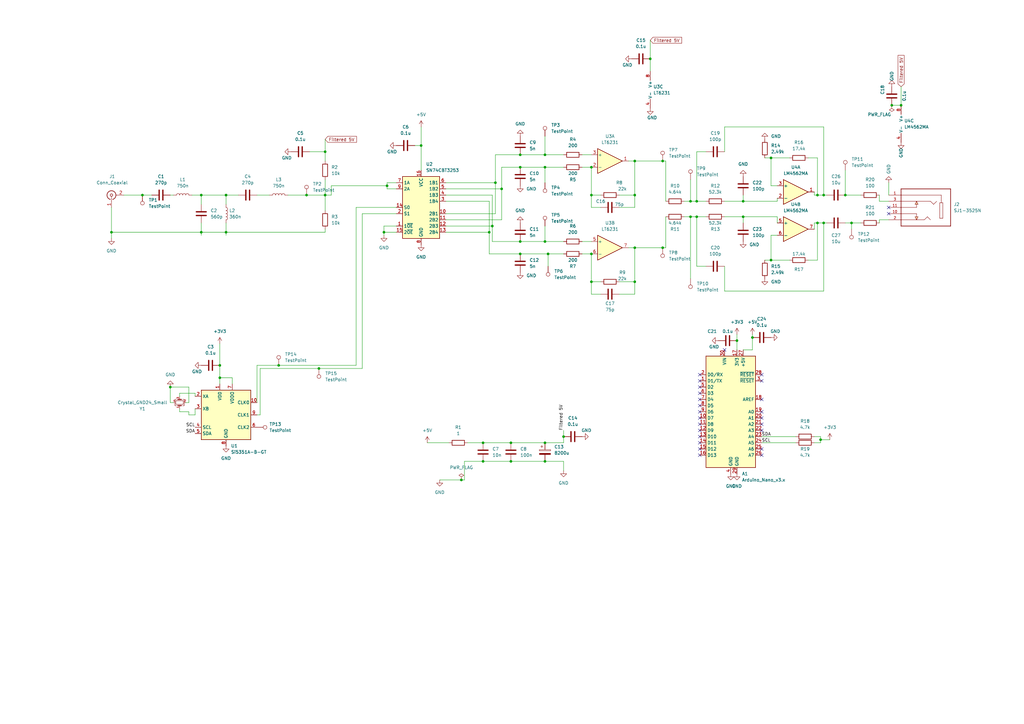
<source format=kicad_sch>
(kicad_sch (version 20211123) (generator eeschema)
  (paper "A3")
  (junction (at 189.23 196.85))
  (junction (at 223.52 189.23))
  (junction (at 133.35 62.23))
  (junction (at 283.21 88.9))
  (junction (at 213.36 99.06))
  (junction (at 283.21 82.55))
  (junction (at 336.55 180.34))
  (junction (at 213.36 68.58))
  (junction (at 266.7 24.13))
  (junction (at 346.71 80.01))
  (junction (at 271.78 66.04))
  (junction (at 133.35 80.01))
  (junction (at 260.35 101.6))
  (junction (at 224.79 104.14))
  (junction (at 365.76 43.18))
  (junction (at 271.78 101.6))
  (junction (at 223.52 99.06))
  (junction (at 209.55 189.23))
  (junction (at 201.93 92.71))
  (junction (at 242.57 68.58))
  (junction (at 172.72 59.69))
  (junction (at 242.57 104.14))
  (junction (at 285.75 88.9))
  (junction (at 231.14 179.07))
  (junction (at 335.28 80.01))
  (junction (at 260.35 115.57))
  (junction (at 316.23 106.68))
  (junction (at 157.48 95.25))
  (junction (at 198.12 189.23))
  (junction (at 337.82 80.01))
  (junction (at 337.82 91.44))
  (junction (at 242.57 115.57))
  (junction (at 198.12 181.61))
  (junction (at 82.55 95.25))
  (junction (at 45.72 95.25))
  (junction (at 92.71 80.01))
  (junction (at 209.55 181.61))
  (junction (at 205.74 77.47))
  (junction (at 213.36 104.14))
  (junction (at 304.8 82.55))
  (junction (at 223.52 63.5))
  (junction (at 58.42 80.01))
  (junction (at 158.75 76.2))
  (junction (at 349.25 91.44))
  (junction (at 285.75 82.55))
  (junction (at 90.17 149.86))
  (junction (at 316.23 64.77))
  (junction (at 200.66 95.25))
  (junction (at 203.2 74.93))
  (junction (at 213.36 63.5))
  (junction (at 69.85 158.75))
  (junction (at 90.17 154.94))
  (junction (at 125.73 80.01))
  (junction (at 304.8 88.9))
  (junction (at 82.55 80.01))
  (junction (at 223.52 181.61))
  (junction (at 130.81 151.13))
  (junction (at 223.52 68.58))
  (junction (at 242.57 80.01))
  (junction (at 302.26 139.7))
  (junction (at 114.3 149.86))
  (junction (at 92.71 95.25))
  (junction (at 308.61 138.43))
  (junction (at 369.57 43.18))
  (junction (at 260.35 80.01))
  (junction (at 260.35 66.04))
  (junction (at 335.28 91.44))
  (no_connect (at 287.02 153.67))
  (no_connect (at 297.18 143.51))
  (no_connect (at 287.02 168.91))
  (no_connect (at 287.02 179.07))
  (no_connect (at 312.42 184.15))
  (no_connect (at 287.02 186.69))
  (no_connect (at 312.42 153.67))
  (no_connect (at 287.02 171.45))
  (no_connect (at 312.42 186.69))
  (no_connect (at 364.49 87.63))
  (no_connect (at 364.49 85.09))
  (no_connect (at 312.42 173.99))
  (no_connect (at 312.42 156.21))
  (no_connect (at 312.42 168.91))
  (no_connect (at 287.02 163.83))
  (no_connect (at 287.02 158.75))
  (no_connect (at 312.42 176.53))
  (no_connect (at 287.02 166.37))
  (no_connect (at 287.02 161.29))
  (no_connect (at 287.02 184.15))
  (no_connect (at 312.42 163.83))
  (no_connect (at 312.42 171.45))
  (no_connect (at 287.02 176.53))
  (no_connect (at 287.02 181.61))
  (no_connect (at 287.02 156.21))
  (no_connect (at 287.02 173.99))
  (wire (pts (xy 205.74 68.58) (xy 205.74 77.47)))
  (wire (pts (xy 308.61 138.43) (xy 308.61 137.16)))
  (wire (pts (xy 318.77 82.55) (xy 318.77 81.28)))
  (wire (pts (xy 182.88 87.63) (xy 203.2 87.63)))
  (wire (pts (xy 189.23 196.85) (xy 190.5 196.85)))
  (wire (pts (xy 316.23 64.77) (xy 323.85 64.77)))
  (wire (pts (xy 106.68 151.13) (xy 130.81 151.13)))
  (wire (pts (xy 337.82 91.44) (xy 339.09 91.44)))
  (wire (pts (xy 346.71 91.44) (xy 349.25 91.44)))
  (wire (pts (xy 180.34 196.85) (xy 189.23 196.85)))
  (wire (pts (xy 213.36 68.58) (xy 223.52 68.58)))
  (wire (pts (xy 82.55 95.25) (xy 82.55 96.52)))
  (wire (pts (xy 133.35 73.66) (xy 133.35 80.01)))
  (wire (pts (xy 58.42 80.01) (xy 62.23 80.01)))
  (wire (pts (xy 273.05 66.04) (xy 273.05 82.55)))
  (wire (pts (xy 238.76 99.06) (xy 242.57 99.06)))
  (wire (pts (xy 127 62.23) (xy 133.35 62.23)))
  (wire (pts (xy 182.88 92.71) (xy 201.93 92.71)))
  (wire (pts (xy 92.71 80.01) (xy 97.79 80.01)))
  (wire (pts (xy 365.76 43.18) (xy 369.57 43.18)))
  (wire (pts (xy 114.3 149.86) (xy 105.41 149.86)))
  (wire (pts (xy 336.55 179.07) (xy 336.55 180.34)))
  (wire (pts (xy 360.68 91.44) (xy 360.68 90.17)))
  (wire (pts (xy 71.12 80.01) (xy 69.85 80.01)))
  (wire (pts (xy 242.57 80.01) (xy 246.38 80.01)))
  (wire (pts (xy 95.25 154.94) (xy 95.25 157.48)))
  (wire (pts (xy 316.23 96.52) (xy 316.23 106.68)))
  (wire (pts (xy 45.72 97.79) (xy 45.72 95.25)))
  (wire (pts (xy 349.25 93.98) (xy 349.25 91.44)))
  (wire (pts (xy 157.48 92.71) (xy 157.48 95.25)))
  (wire (pts (xy 302.26 139.7) (xy 302.26 143.51)))
  (wire (pts (xy 92.71 80.01) (xy 92.71 83.82)))
  (wire (pts (xy 334.01 179.07) (xy 336.55 179.07)))
  (wire (pts (xy 73.66 167.64) (xy 73.66 168.91)))
  (wire (pts (xy 162.56 77.47) (xy 158.75 77.47)))
  (wire (pts (xy 224.79 104.14) (xy 231.14 104.14)))
  (wire (pts (xy 203.2 87.63) (xy 203.2 74.93)))
  (wire (pts (xy 260.35 101.6) (xy 257.81 101.6)))
  (wire (pts (xy 77.47 170.18) (xy 77.47 168.91)))
  (wire (pts (xy 260.35 115.57) (xy 260.35 101.6)))
  (wire (pts (xy 242.57 80.01) (xy 242.57 85.09)))
  (wire (pts (xy 297.18 82.55) (xy 304.8 82.55)))
  (wire (pts (xy 172.72 52.07) (xy 172.72 59.69)))
  (wire (pts (xy 82.55 80.01) (xy 92.71 80.01)))
  (wire (pts (xy 209.55 181.61) (xy 223.52 181.61)))
  (wire (pts (xy 223.52 63.5) (xy 231.14 63.5)))
  (wire (pts (xy 146.05 85.09) (xy 146.05 149.86)))
  (wire (pts (xy 213.36 63.5) (xy 223.52 63.5)))
  (wire (pts (xy 231.14 179.07) (xy 231.14 181.61)))
  (wire (pts (xy 254 80.01) (xy 260.35 80.01)))
  (wire (pts (xy 346.71 80.01) (xy 353.06 80.01)))
  (wire (pts (xy 223.52 55.88) (xy 223.52 63.5)))
  (wire (pts (xy 190.5 196.85) (xy 190.5 189.23)))
  (wire (pts (xy 133.35 62.23) (xy 133.35 66.04)))
  (wire (pts (xy 231.14 189.23) (xy 231.14 193.04)))
  (wire (pts (xy 133.35 95.25) (xy 133.35 93.98)))
  (wire (pts (xy 242.57 115.57) (xy 242.57 104.14)))
  (wire (pts (xy 201.93 92.71) (xy 201.93 99.06)))
  (wire (pts (xy 105.41 80.01) (xy 110.49 80.01)))
  (wire (pts (xy 90.17 140.97) (xy 90.17 149.86)))
  (wire (pts (xy 304.8 88.9) (xy 318.77 88.9)))
  (wire (pts (xy 223.52 181.61) (xy 231.14 181.61)))
  (wire (pts (xy 105.41 149.86) (xy 105.41 165.1)))
  (wire (pts (xy 182.88 74.93) (xy 203.2 74.93)))
  (wire (pts (xy 271.78 66.04) (xy 273.05 66.04)))
  (wire (pts (xy 364.49 74.93) (xy 364.49 80.01)))
  (wire (pts (xy 349.25 91.44) (xy 353.06 91.44)))
  (wire (pts (xy 223.52 92.71) (xy 223.52 99.06)))
  (wire (pts (xy 213.36 104.14) (xy 224.79 104.14)))
  (wire (pts (xy 313.69 64.77) (xy 316.23 64.77)))
  (wire (pts (xy 90.17 154.94) (xy 90.17 157.48)))
  (wire (pts (xy 254 120.65) (xy 260.35 120.65)))
  (wire (pts (xy 77.47 158.75) (xy 69.85 158.75)))
  (wire (pts (xy 335.28 64.77) (xy 335.28 80.01)))
  (wire (pts (xy 337.82 52.07) (xy 297.18 52.07)))
  (wire (pts (xy 118.11 80.01) (xy 125.73 80.01)))
  (wire (pts (xy 335.28 91.44) (xy 337.82 91.44)))
  (wire (pts (xy 201.93 99.06) (xy 213.36 99.06)))
  (wire (pts (xy 313.69 106.68) (xy 316.23 106.68)))
  (wire (pts (xy 337.82 52.07) (xy 337.82 80.01)))
  (wire (pts (xy 76.2 165.1) (xy 77.47 165.1)))
  (wire (pts (xy 285.75 62.23) (xy 289.56 62.23)))
  (wire (pts (xy 80.01 161.29) (xy 80.01 162.56)))
  (wire (pts (xy 205.74 68.58) (xy 213.36 68.58)))
  (wire (pts (xy 224.79 109.22) (xy 224.79 104.14)))
  (wire (pts (xy 283.21 73.66) (xy 283.21 82.55)))
  (wire (pts (xy 92.71 95.25) (xy 133.35 95.25)))
  (wire (pts (xy 336.55 180.34) (xy 340.36 180.34)))
  (wire (pts (xy 125.73 80.01) (xy 133.35 80.01)))
  (wire (pts (xy 198.12 181.61) (xy 209.55 181.61)))
  (wire (pts (xy 346.71 69.85) (xy 346.71 80.01)))
  (wire (pts (xy 201.93 80.01) (xy 201.93 92.71)))
  (wire (pts (xy 223.52 189.23) (xy 231.14 189.23)))
  (wire (pts (xy 238.76 104.14) (xy 242.57 104.14)))
  (wire (pts (xy 285.75 82.55) (xy 285.75 62.23)))
  (wire (pts (xy 238.76 68.58) (xy 242.57 68.58)))
  (wire (pts (xy 78.74 80.01) (xy 82.55 80.01)))
  (wire (pts (xy 182.88 80.01) (xy 201.93 80.01)))
  (wire (pts (xy 238.76 63.5) (xy 242.57 63.5)))
  (wire (pts (xy 335.28 91.44) (xy 334.01 91.44)))
  (wire (pts (xy 304.8 82.55) (xy 318.77 82.55)))
  (wire (pts (xy 191.77 181.61) (xy 198.12 181.61)))
  (wire (pts (xy 205.74 77.47) (xy 205.74 90.17)))
  (wire (pts (xy 242.57 120.65) (xy 242.57 115.57)))
  (wire (pts (xy 182.88 90.17) (xy 205.74 90.17)))
  (wire (pts (xy 133.35 57.15) (xy 133.35 62.23)))
  (wire (pts (xy 69.85 158.75) (xy 69.85 165.1)))
  (wire (pts (xy 77.47 165.1) (xy 77.47 158.75)))
  (wire (pts (xy 172.72 59.69) (xy 172.72 69.85)))
  (wire (pts (xy 337.82 80.01) (xy 339.09 80.01)))
  (wire (pts (xy 334.01 80.01) (xy 335.28 80.01)))
  (wire (pts (xy 304.8 88.9) (xy 304.8 91.44)))
  (wire (pts (xy 334.01 181.61) (xy 336.55 181.61)))
  (wire (pts (xy 336.55 180.34) (xy 336.55 181.61)))
  (wire (pts (xy 273.05 88.9) (xy 273.05 101.6)))
  (wire (pts (xy 260.35 66.04) (xy 271.78 66.04)))
  (wire (pts (xy 260.35 66.04) (xy 257.81 66.04)))
  (wire (pts (xy 312.42 181.61) (xy 326.39 181.61)))
  (wire (pts (xy 285.75 88.9) (xy 289.56 88.9)))
  (wire (pts (xy 316.23 64.77) (xy 316.23 76.2)))
  (wire (pts (xy 170.18 59.69) (xy 172.72 59.69)))
  (wire (pts (xy 360.68 90.17) (xy 364.49 90.17)))
  (wire (pts (xy 283.21 88.9) (xy 285.75 88.9)))
  (wire (pts (xy 231.14 176.53) (xy 231.14 179.07)))
  (wire (pts (xy 130.81 151.13) (xy 148.59 151.13)))
  (wire (pts (xy 285.75 88.9) (xy 285.75 109.22)))
  (wire (pts (xy 133.35 80.01) (xy 133.35 86.36)))
  (wire (pts (xy 158.75 74.93) (xy 162.56 74.93)))
  (wire (pts (xy 77.47 170.18) (xy 80.01 170.18)))
  (wire (pts (xy 369.57 43.18) (xy 369.57 35.56)))
  (wire (pts (xy 90.17 154.94) (xy 95.25 154.94)))
  (wire (pts (xy 246.38 120.65) (xy 242.57 120.65)))
  (wire (pts (xy 182.88 82.55) (xy 200.66 82.55)))
  (wire (pts (xy 157.48 95.25) (xy 157.48 96.52)))
  (wire (pts (xy 82.55 80.01) (xy 82.55 83.82)))
  (wire (pts (xy 146.05 149.86) (xy 114.3 149.86)))
  (wire (pts (xy 105.41 170.18) (xy 106.68 170.18)))
  (wire (pts (xy 285.75 82.55) (xy 289.56 82.55)))
  (wire (pts (xy 148.59 151.13) (xy 148.59 87.63)))
  (wire (pts (xy 162.56 85.09) (xy 146.05 85.09)))
  (wire (pts (xy 271.78 101.6) (xy 273.05 101.6)))
  (wire (pts (xy 162.56 92.71) (xy 157.48 92.71)))
  (wire (pts (xy 335.28 91.44) (xy 335.28 106.68)))
  (wire (pts (xy 213.36 99.06) (xy 223.52 99.06)))
  (wire (pts (xy 297.18 52.07) (xy 297.18 62.23)))
  (wire (pts (xy 223.52 74.93) (xy 223.52 68.58)))
  (wire (pts (xy 182.88 77.47) (xy 205.74 77.47)))
  (wire (pts (xy 223.52 99.06) (xy 231.14 99.06)))
  (wire (pts (xy 334.01 91.44) (xy 334.01 93.98)))
  (wire (pts (xy 302.26 137.16) (xy 302.26 139.7)))
  (wire (pts (xy 312.42 179.07) (xy 326.39 179.07)))
  (wire (pts (xy 337.82 119.38) (xy 297.18 119.38)))
  (wire (pts (xy 175.26 181.61) (xy 184.15 181.61)))
  (wire (pts (xy 190.5 189.23) (xy 198.12 189.23)))
  (wire (pts (xy 200.66 104.14) (xy 213.36 104.14)))
  (wire (pts (xy 285.75 109.22) (xy 289.56 109.22)))
  (wire (pts (xy 335.28 80.01) (xy 337.82 80.01)))
  (wire (pts (xy 80.01 170.18) (xy 80.01 167.64)))
  (wire (pts (xy 254 85.09) (xy 260.35 85.09)))
  (wire (pts (xy 283.21 114.3) (xy 283.21 88.9)))
  (wire (pts (xy 242.57 68.58) (xy 242.57 80.01)))
  (wire (pts (xy 73.66 161.29) (xy 73.66 162.56)))
  (wire (pts (xy 337.82 91.44) (xy 337.82 119.38)))
  (wire (pts (xy 50.8 80.01) (xy 58.42 80.01)))
  (wire (pts (xy 158.75 76.2) (xy 158.75 74.93)))
  (wire (pts (xy 73.66 161.29) (xy 80.01 161.29)))
  (wire (pts (xy 203.2 74.93) (xy 203.2 63.5)))
  (wire (pts (xy 209.55 189.23) (xy 223.52 189.23)))
  (wire (pts (xy 331.47 106.68) (xy 335.28 106.68)))
  (wire (pts (xy 297.18 88.9) (xy 304.8 88.9)))
  (wire (pts (xy 203.2 63.5) (xy 213.36 63.5)))
  (wire (pts (xy 335.28 64.77) (xy 331.47 64.77)))
  (wire (pts (xy 316.23 106.68) (xy 323.85 106.68)))
  (wire (pts (xy 304.8 80.01) (xy 304.8 82.55)))
  (wire (pts (xy 260.35 101.6) (xy 271.78 101.6)))
  (wire (pts (xy 200.66 82.55) (xy 200.66 95.25)))
  (wire (pts (xy 133.35 80.01) (xy 135.89 80.01)))
  (wire (pts (xy 280.67 88.9) (xy 283.21 88.9)))
  (wire (pts (xy 360.68 80.01) (xy 360.68 82.55)))
  (wire (pts (xy 360.68 82.55) (xy 364.49 82.55)))
  (wire (pts (xy 334.01 78.74) (xy 334.01 80.01)))
  (wire (pts (xy 148.59 87.63) (xy 162.56 87.63)))
  (wire (pts (xy 106.68 170.18) (xy 106.68 151.13)))
  (wire (pts (xy 242.57 85.09) (xy 246.38 85.09)))
  (wire (pts (xy 45.72 95.25) (xy 82.55 95.25)))
  (wire (pts (xy 82.55 95.25) (xy 92.71 95.25)))
  (wire (pts (xy 260.35 80.01) (xy 260.35 85.09)))
  (wire (pts (xy 77.47 168.91) (xy 73.66 168.91)))
  (wire (pts (xy 297.18 119.38) (xy 297.18 109.22)))
  (wire (pts (xy 283.21 82.55) (xy 285.75 82.55)))
  (wire (pts (xy 135.89 76.2) (xy 158.75 76.2)))
  (wire (pts (xy 135.89 80.01) (xy 135.89 76.2)))
  (wire (pts (xy 318.77 88.9) (xy 318.77 91.44)))
  (wire (pts (xy 200.66 95.25) (xy 200.66 104.14)))
  (wire (pts (xy 246.38 115.57) (xy 242.57 115.57)))
  (wire (pts (xy 69.85 165.1) (xy 71.12 165.1)))
  (wire (pts (xy 316.23 76.2) (xy 318.77 76.2)))
  (wire (pts (xy 223.52 68.58) (xy 231.14 68.58)))
  (wire (pts (xy 198.12 189.23) (xy 209.55 189.23)))
  (wire (pts (xy 157.48 95.25) (xy 162.56 95.25)))
  (wire (pts (xy 260.35 66.04) (xy 260.35 80.01)))
  (wire (pts (xy 260.35 120.65) (xy 260.35 115.57)))
  (wire (pts (xy 304.8 143.51) (xy 308.61 143.51)))
  (wire (pts (xy 266.7 24.13) (xy 266.7 29.21)))
  (wire (pts (xy 254 115.57) (xy 260.35 115.57)))
  (wire (pts (xy 266.7 16.51) (xy 266.7 24.13)))
  (wire (pts (xy 280.67 82.55) (xy 283.21 82.55)))
  (wire (pts (xy 158.75 77.47) (xy 158.75 76.2)))
  (wire (pts (xy 92.71 95.25) (xy 92.71 96.52)))
  (wire (pts (xy 316.23 96.52) (xy 318.77 96.52)))
  (wire (pts (xy 45.72 95.25) (xy 45.72 85.09)))
  (wire (pts (xy 182.88 95.25) (xy 200.66 95.25)))
  (wire (pts (xy 82.55 91.44) (xy 82.55 95.25)))
  (wire (pts (xy 92.71 91.44) (xy 92.71 95.25)))
  (wire (pts (xy 308.61 143.51) (xy 308.61 138.43)))
  (wire (pts (xy 90.17 149.86) (xy 90.17 154.94)))
  (label "SDA" (at 80.01 177.8 180))
  (label "SDA" (at 312.42 179.07 0))
  (label "Filtered 5V" (at 231.14 176.53 90))
  (label "SCL" (at 312.42 181.61 0))
  (label "SCL" (at 80.01 175.26 180))
  (global_label "Filtered 5V" (shape input) (at 266.7 16.51 0) (property "Intersheet References" "${INTERSHEET_REFS}" (effects hide)))
  (global_label "Filtered 5V" (shape input) (at 369.57 35.56 90) (property "Intersheet References" "${INTERSHEET_REFS}" (effects hide)))
  (global_label "Filtered 5V" (shape input) (at 133.35 57.15 0) (property "Intersheet References" "${INTERSHEET_REFS}" (effects hide)))
  (symbol (lib_id "power:GND") (at 365.76 35.56 180) (unit 1)
    (property "Reference" "#PWR021" (effects hide))
    (property "Value" "GND" (at 365.76 29.21 90) (effects (justify left)))
  )
  (symbol (lib_id "power:PWR_FLAG") (at 365.76 43.18 180) (unit 1)
    (property "Reference" "#FLG0101" (effects hide))
    (property "Value" "PWR_FLAG" (at 360.68 46.99 0))
  )
  (symbol (lib_id "lt6231:LT6231") (at 372.11 50.8 0) (unit 3)
    (property "Reference" "U4" (at 370.84 49.5299 0) (effects (justify left)))
    (property "Value" "LM4562MA" (at 370.84 52.0699 0) (effects (justify left)))
    (property "Footprint" "Package_SO:SOIC-8_3.9x4.9mm_P1.27mm" (effects hide))
    (property "Datasheet" "https://www.analog.com/media/en/technical-documentation/data-sheets/623012fc.pdf" (effects hide))
  )
  (symbol (lib_id "power:GND") (at 316.23 138.43 90) (unit 1)
    (property "Reference" "#PWR033" (effects hide))
    (property "Value" "GND" (at 320.04 135.89 90) (effects (justify left)))
  )
  (symbol (lib_id "Connector:TestPoint") (at 349.25 93.98 180) (unit 1)
    (property "Reference" "TP12" (at 351.79 96.0119 0) (effects (justify right)))
    (property "Value" "TestPoint" (at 351.79 98.5519 0) (effects (justify right)))
    (property "Footprint" "TestPoint:TestPoint_THTPad_2.0x2.0mm_Drill1.0mm" (effects hide))
  )
  (symbol (lib_id "Device:R") (at 330.2 181.61 270) (unit 1)
    (property "Reference" "R19" (at 330.2 184.15 90))
    (property "Value" "4.7k" (at 330.2 186.69 90))
    (property "Footprint" "Resistor_SMD:R_0805_2012Metric" (effects hide))
    (property "Datasheet" "https://www.te.com/commerce/DocumentDelivery/DDEController?Action=srchrtrv&DocNm=1773204-3&DocType=DS&DocLang=English" (effects hide))
  )
  (symbol (lib_id "power:GND") (at 213.36 55.88 180) (unit 1)
    (property "Reference" "#PWR014" (effects hide))
    (property "Value" "GND" (at 213.36 50.8 0))
  )
  (symbol (lib_id "Device:C") (at 66.04 80.01 270) (unit 1)
    (property "Reference" "C1" (at 66.04 72.39 90))
    (property "Value" "270p" (at 66.04 74.93 90))
    (property "Footprint" "Capacitor_SMD:C_0805_2012Metric" (effects hide))
    (property "Datasheet" "https://industrial.panasonic.com/ww/products/pt/film-cap-electroequip/models/ECHU1H271GX5" (effects hide))
  )
  (symbol (lib_id "Device:R") (at 356.87 80.01 270) (unit 1)
    (property "Reference" "R20" (at 356.87 73.66 90))
    (property "Value" "100" (at 356.87 76.2 90))
    (property "Footprint" "Resistor_SMD:R_0805_2012Metric" (effects hide))
    (property "Datasheet" "https://www.koaspeer.com/pdfs/RK73G.pdf" (effects hide))
  )
  (symbol (lib_id "Device:C_Polarized") (at 223.52 185.42 0) (unit 1)
    (property "Reference" "C13" (at 227.33 183.2609 0) (effects (justify left)))
    (property "Value" "8200u" (at 227.33 185.8009 0) (effects (justify left)))
    (property "Footprint" "Capacitor_THT:CP_Radial_D16.0mm_P7.50mm" (effects hide))
    (property "Datasheet" "https://www.nteinc.com/capacitor_web/pdf/vht.pdf" (effects hide))
  )
  (symbol (lib_id "Device:R") (at 250.19 115.57 90) (unit 1)
    (property "Reference" "R9" (at 255.27 111.76 90))
    (property "Value" "22k" (at 255.27 114.3 90))
    (property "Footprint" "Resistor_SMD:R_0805_2012Metric" (effects hide))
    (property "Datasheet" "https://www.meritekusa.com/wp-content/uploads/2018/06/Standard-Chip-Resistor-CR-Series.pdf" (effects hide))
  )
  (symbol (lib_id "power:+3.3V") (at 90.17 140.97 0) (unit 1)
    (property "Reference" "#PWR04" (effects hide))
    (property "Value" "+3.3V" (at 90.17 135.89 0))
  )
  (symbol (lib_id "Device:Crystal_GND24_Small") (at 73.66 165.1 90) (unit 1)
    (property "Reference" "Y1" (at 58.42 167.64 90))
    (property "Value" "Crystal_GND24_Small" (at 58.42 165.1 90))
    (property "Footprint" "Crystal:Crystal_SMD_3225-4Pin_3.2x2.5mm" (effects hide))
    (property "Datasheet" "https://media.digikey.com/pdf/Data%20Sheets/AVX%20PDFs/CX3225SB_UKY1C-H1-16355-00_Spec.pdf" (effects hide))
  )
  (symbol (lib_id "power:GND") (at 92.71 182.88 0) (unit 1)
    (property "Reference" "#PWR06" (effects hide))
    (property "Value" "GND" (at 92.71 187.96 0))
  )
  (symbol (lib_id "power:GND") (at 180.34 196.85 0) (unit 1)
    (property "Reference" "#PWR013" (effects hide))
    (property "Value" "GND" (at 180.34 201.93 0))
  )
  (symbol (lib_id "Connector:TestPoint") (at 271.78 66.04 0) (unit 1)
    (property "Reference" "TP7" (at 274.32 61.4679 0) (effects (justify left)))
    (property "Value" "TestPoint" (at 274.32 64.0079 0) (effects (justify left)))
    (property "Footprint" "TestPoint:TestPoint_THTPad_2.0x2.0mm_Drill1.0mm" (effects hide))
  )
  (symbol (lib_id "Device:C") (at 213.36 72.39 180) (unit 1)
    (property "Reference" "C10" (at 217.17 71.1199 0) (effects (justify right)))
    (property "Value" "5n" (at 217.17 73.6599 0) (effects (justify right)))
    (property "Footprint" "Capacitor_SMD:C_0805_2012Metric" (effects hide))
    (property "Datasheet" "https://datasheets.kyocera-avx.com/X7RDielectric.pdf" (effects hide))
  )
  (symbol (lib_id "Connector:TestPoint") (at 223.52 74.93 180) (unit 1)
    (property "Reference" "TP4" (at 226.06 76.9619 0) (effects (justify right)))
    (property "Value" "TestPoint" (at 226.06 79.5019 0) (effects (justify right)))
    (property "Footprint" "TestPoint:TestPoint_THTPad_2.0x2.0mm_Drill1.0mm" (effects hide))
  )
  (symbol (lib_id "Device:R") (at 327.66 64.77 90) (unit 1)
    (property "Reference" "R16" (at 327.66 58.42 90))
    (property "Value" "17.4k" (at 327.66 60.96 90))
    (property "Footprint" "Resistor_SMD:R_0805_2012Metric" (effects hide))
    (property "Datasheet" "https://industrial.panasonic.com/cdbs/www-data/pdf/RDM0000/AOA0000C307.pdf" (effects hide))
  )
  (symbol (lib_id "Device:R") (at 234.95 104.14 90) (unit 1)
    (property "Reference" "R7" (at 234.95 109.22 90))
    (property "Value" "200" (at 234.95 106.68 90))
    (property "Footprint" "Resistor_SMD:R_1206_3216Metric" (effects hide))
    (property "Datasheet" "https://www.koaspeer.com/pdfs/RK73G.pdf" (effects hide))
  )
  (symbol (lib_id "Device:C") (at 213.36 95.25 180) (unit 1)
    (property "Reference" "C11" (at 217.17 93.9799 0) (effects (justify right)))
    (property "Value" "5n" (at 217.17 96.5199 0) (effects (justify right)))
    (property "Footprint" "Capacitor_SMD:C_0805_2012Metric" (effects hide))
    (property "Datasheet" "https://datasheets.kyocera-avx.com/X7RDielectric.pdf" (effects hide))
  )
  (symbol (lib_id "power:PWR_FLAG") (at 189.23 196.85 0) (unit 1)
    (property "Reference" "#FLG0102" (effects hide))
    (property "Value" "PWR_FLAG" (at 189.23 191.77 0))
  )
  (symbol (lib_id "lt6231:LT6231") (at 269.24 36.83 0) (unit 3)
    (property "Reference" "U3" (at 267.97 35.5599 0) (effects (justify left)))
    (property "Value" "LT6231" (at 267.97 38.0999 0) (effects (justify left)))
    (property "Footprint" "Package_SO:SOIC-8_3.9x4.9mm_P1.27mm" (effects hide))
    (property "Datasheet" "https://www.analog.com/media/en/technical-documentation/data-sheets/623012fc.pdf" (effects hide))
  )
  (symbol (lib_id "power:GND") (at 213.36 111.76 0) (unit 1)
    (property "Reference" "#PWR017" (effects hide))
    (property "Value" "GND" (at 215.9 113.0299 0) (effects (justify left)))
  )
  (symbol (lib_id "Device:C") (at 101.6 80.01 90) (unit 1)
    (property "Reference" "C4" (at 101.6 72.39 90))
    (property "Value" "270p" (at 101.6 74.93 90))
    (property "Footprint" "Capacitor_SMD:C_0805_2012Metric" (effects hide))
    (property "Datasheet" "https://industrial.panasonic.com/ww/products/pt/film-cap-electroequip/models/ECHU1H271GX5" (effects hide))
  )
  (symbol (lib_id "power:+3.3V") (at 302.26 137.16 0) (unit 1)
    (property "Reference" "#PWR026" (effects hide))
    (property "Value" "+3.3V" (at 302.26 132.08 0))
  )
  (symbol (lib_id "power:GND") (at 119.38 62.23 270) (unit 1)
    (property "Reference" "#PWR07" (effects hide))
    (property "Value" "GND" (at 115.57 64.77 90) (effects (justify left)))
  )
  (symbol (lib_id "power:GND") (at 313.69 57.15 180) (unit 1)
    (property "Reference" "#PWR031" (effects hide))
    (property "Value" "GND" (at 316.23 55.8799 0) (effects (justify right)))
  )
  (symbol (lib_id "Device:R") (at 330.2 179.07 90) (unit 1)
    (property "Reference" "R18" (at 330.2 172.72 90))
    (property "Value" "4.7k" (at 330.2 175.26 90))
    (property "Footprint" "Resistor_SMD:R_0805_2012Metric" (effects hide))
    (property "Datasheet" "https://www.te.com/commerce/DocumentDelivery/DDEController?Action=srchrtrv&DocNm=1773204-3&DocType=DS&DocLang=English" (effects hide))
  )
  (symbol (lib_id "Device:L") (at 114.3 80.01 90) (unit 1)
    (property "Reference" "L3" (at 114.3 73.66 90))
    (property "Value" "750n" (at 114.3 76.2 90))
    (property "Footprint" "Inductor_THT:L_Toroid_Vertical_L10.0mm_W5.0mm_P5.08mm" (effects hide))
    (property "Datasheet" "https://www.66pacific.com/calculators/toroid-coil-winding-calculator.aspx" (effects hide))
  )
  (symbol (lib_id "power:GND") (at 304.8 72.39 180) (unit 1)
    (property "Reference" "#PWR028" (effects hide))
    (property "Value" "GND" (at 304.8 67.31 0))
  )
  (symbol (lib_id "lt6231:LT6231") (at 326.39 78.74 0) (unit 1)
    (property "Reference" "U4" (at 326.39 68.58 0))
    (property "Value" "LM4562MA" (at 326.39 71.12 0))
    (property "Footprint" "Package_SO:SOIC-8_3.9x4.9mm_P1.27mm" (effects hide))
    (property "Datasheet" "https://www.analog.com/media/en/technical-documentation/data-sheets/623012fc.pdf" (effects hide))
  )
  (symbol (lib_id "power:GND") (at 69.85 158.75 180) (unit 1)
    (property "Reference" "#PWR02" (effects hide))
    (property "Value" "GND" (at 69.85 153.67 0))
  )
  (symbol (lib_id "Connector:TestPoint") (at 283.21 73.66 0) (unit 1)
    (property "Reference" "TP9" (at 285.75 69.0879 0) (effects (justify left)))
    (property "Value" "TestPoint" (at 285.75 71.6279 0) (effects (justify left)))
    (property "Footprint" "TestPoint:TestPoint_THTPad_2.0x2.0mm_Drill1.0mm" (effects hide))
  )
  (symbol (lib_id "power:GND") (at 304.8 99.06 0) (unit 1)
    (property "Reference" "#PWR029" (effects hide))
    (property "Value" "GND" (at 307.34 100.3299 0) (effects (justify left)))
  )
  (symbol (lib_id "power:GND") (at 266.7 44.45 0) (unit 1)
    (property "Reference" "#PWR08" (effects hide))
    (property "Value" "GND" (at 265.43 48.26 0) (effects (justify left)))
  )
  (symbol (lib_id "Device:C") (at 213.36 59.69 180) (unit 1)
    (property "Reference" "C9" (at 217.17 58.4199 0) (effects (justify right)))
    (property "Value" "5n" (at 217.17 60.9599 0) (effects (justify right)))
    (property "Footprint" "Capacitor_SMD:C_0805_2012Metric" (effects hide))
    (property "Datasheet" "https://datasheets.kyocera-avx.com/X7RDielectric.pdf" (effects hide))
  )
  (symbol (lib_id "Connector:TestPoint") (at 114.3 149.86 0) (unit 1)
    (property "Reference" "TP14" (at 116.84 145.2879 0) (effects (justify left)))
    (property "Value" "TestPoint" (at 116.84 147.8279 0) (effects (justify left)))
    (property "Footprint" "TestPoint:TestPoint_THTPad_2.0x2.0mm_Drill1.0mm" (effects hide))
  )
  (symbol (lib_id "Device:C") (at 198.12 185.42 0) (unit 1)
    (property "Reference" "C7" (at 201.93 184.1499 0) (effects (justify left)))
    (property "Value" "10n" (at 201.93 186.6899 0) (effects (justify left)))
    (property "Footprint" "Capacitor_SMD:C_0805_2012Metric" (effects hide))
    (property "Datasheet" "https://www.cde.com/resources/catalogs/FCP.pdf" (effects hide))
  )
  (symbol (lib_id "Connector:TestPoint") (at 271.78 101.6 180) (unit 1)
    (property "Reference" "TP8" (at 274.32 103.6319 0) (effects (justify right)))
    (property "Value" "TestPoint" (at 274.32 106.1719 0) (effects (justify right)))
    (property "Footprint" "TestPoint:TestPoint_THTPad_2.0x2.0mm_Drill1.0mm" (effects hide))
  )
  (symbol (lib_id "power:GND") (at 364.49 74.93 180) (unit 1)
    (property "Reference" "#PWR023" (effects hide))
    (property "Value" "GND" (at 364.49 67.31 90) (effects (justify left)))
  )
  (symbol (lib_id "Analog_Switch:SN74CBT3253") (at 172.72 85.09 0) (unit 1)
    (property "Reference" "U2" (at 174.7394 67.31 0) (effects (justify left)))
    (property "Value" "SN74CBT3253" (at 174.7394 69.85 0) (effects (justify left)))
    (property "Footprint" "Package_SO:SOIC-16_3.9x9.9mm_P1.27mm" (effects hide))
    (property "Datasheet" "http://www.ti.com/lit/gpn/sn74cbt3253" (effects hide))
  )
  (symbol (lib_id "power:GND") (at 45.72 97.79 0) (unit 1)
    (property "Reference" "#PWR01" (effects hide))
    (property "Value" "GND" (at 45.72 102.87 0))
  )
  (symbol (lib_id "Device:L") (at 74.93 80.01 90) (unit 1)
    (property "Reference" "L1" (at 74.93 73.66 90))
    (property "Value" "750n" (at 74.93 76.2 90))
    (property "Footprint" "Inductor_THT:L_Toroid_Vertical_L10.0mm_W5.0mm_P5.08mm" (effects hide))
    (property "Datasheet" "https://www.66pacific.com/calculators/toroid-coil-winding-calculator.aspx" (effects hide))
  )
  (symbol (lib_id "Connector:Conn_Coaxial") (at 45.72 80.01 90) (unit 1)
    (property "Reference" "J1" (at 46.0132 72.39 90))
    (property "Value" "Conn_Coaxial" (at 46.0132 74.93 90))
    (property "Footprint" "Connector_Coaxial:BNC_Amphenol_B6252HB-NPP3G-50_Horizontal" (effects hide))
    (property "Datasheet" " ~" (effects hide))
  )
  (symbol (lib_id "Device:C") (at 304.8 76.2 180) (unit 1)
    (property "Reference" "C22" (at 308.61 74.9299 0) (effects (justify right)))
    (property "Value" "100p" (at 308.61 77.4699 0) (effects (justify right)))
    (property "Footprint" "Capacitor_SMD:C_0805_2012Metric" (effects hide))
    (property "Datasheet" "https://industrial.panasonic.com/ww/products/pt/film-cap-electroequip/models/ECHU1H101GX5" (effects hide))
  )
  (symbol (lib_id "Device:C") (at 209.55 185.42 0) (unit 1)
    (property "Reference" "C8" (at 213.36 184.1499 0) (effects (justify left)))
    (property "Value" "100n" (at 213.36 186.6899 0) (effects (justify left)))
    (property "Footprint" "Capacitor_SMD:C_0805_2012Metric" (effects hide))
    (property "Datasheet" "https://www.cde.com/resources/catalogs/FCA.pdf" (effects hide))
  )
  (symbol (lib_id "Connector:TestPoint") (at 130.81 151.13 180) (unit 1)
    (property "Reference" "TP15" (at 133.35 153.1619 0) (effects (justify right)))
    (property "Value" "TestPoint" (at 133.35 155.7019 0) (effects (justify right)))
    (property "Footprint" "TestPoint:TestPoint_THTPad_2.0x2.0mm_Drill1.0mm" (effects hide))
  )
  (symbol (lib_id "Connector:TestPoint") (at 105.41 175.26 270) (unit 1)
    (property "Reference" "TP13" (at 110.49 173.9899 90) (effects (justify left)))
    (property "Value" "TestPoint" (at 110.49 176.5299 90) (effects (justify left)))
    (property "Footprint" "TestPoint:TestPoint_THTPad_2.0x2.0mm_Drill1.0mm" (effects hide))
  )
  (symbol (lib_id "power:GND") (at 213.36 91.44 180) (unit 1)
    (property "Reference" "#PWR016" (effects hide))
    (property "Value" "GND" (at 213.36 86.36 0))
  )
  (symbol (lib_id "Device:C") (at 250.19 85.09 270) (unit 1)
    (property "Reference" "C16" (at 246.38 82.55 90))
    (property "Value" "75p" (at 254 83.82 90))
    (property "Footprint" "Capacitor_SMD:C_0805_2012Metric" (effects hide))
    (property "Datasheet" "https://www.mouser.com/c/passive-components/capacitors/ceramic-capacitors/mlccs-multilayer-ceramic-capacitors/multilayer-ceramic-capacitors-mlcc-smd-smt/?capacitance=75%20pF&case%20code%20-%20in=0805&voltage%20rating%20dc=50%20VDC&instock=y" (effects hide))
  )
  (symbol (lib_id "Device:C") (at 293.37 62.23 90) (unit 1)
    (property "Reference" "C19" (at 293.37 54.61 90))
    (property "Value" "100p" (at 293.37 57.15 90))
    (property "Footprint" "Capacitor_SMD:C_0805_2012Metric" (effects hide))
    (property "Datasheet" "https://industrial.panasonic.com/ww/products/pt/film-cap-electroequip/models/ECHU1H101GX5" (effects hide))
  )
  (symbol (lib_id "Device:C") (at 365.76 39.37 0) (unit 1)
    (property "Reference" "C18" (at 361.95 36.83 90))
    (property "Value" "0.1u" (at 370.84 39.37 90))
    (property "Footprint" "Capacitor_SMD:C_0805_2012Metric" (effects hide))
    (property "Datasheet" "https://www.cde.com/resources/catalogs/FCA.pdf" (effects hide))
  )
  (symbol (lib_id "Device:C") (at 123.19 62.23 90) (unit 1)
    (property "Reference" "C5" (at 123.19 54.61 90))
    (property "Value" "0.1u" (at 123.19 57.15 90))
    (property "Footprint" "Capacitor_SMD:C_0805_2012Metric" (effects hide))
    (property "Datasheet" "https://www.cde.com/resources/catalogs/FCA.pdf" (effects hide))
  )
  (symbol (lib_id "Device:C") (at 166.37 59.69 90) (unit 1)
    (property "Reference" "C6" (at 166.37 52.07 90))
    (property "Value" "0.1u" (at 166.37 54.61 90))
    (property "Footprint" "Capacitor_SMD:C_0805_2012Metric" (effects hide))
    (property "Datasheet" "https://www.cde.com/resources/catalogs/FCA.pdf" (effects hide))
  )
  (symbol (lib_id "power:GND") (at 302.26 194.31 0) (unit 1)
    (property "Reference" "#PWR027" (effects hide))
    (property "Value" "GND" (at 302.26 199.39 0))
  )
  (symbol (lib_id "Device:C") (at 213.36 107.95 180) (unit 1)
    (property "Reference" "C12" (at 217.17 106.6799 0) (effects (justify right)))
    (property "Value" "5n" (at 217.17 109.2199 0) (effects (justify right)))
    (property "Footprint" "Capacitor_SMD:C_0805_2012Metric" (effects hide))
    (property "Datasheet" "https://datasheets.kyocera-avx.com/X7RDielectric.pdf" (effects hide))
  )
  (symbol (lib_id "Device:R") (at 234.95 68.58 90) (unit 1)
    (property "Reference" "R5" (at 234.95 73.66 90))
    (property "Value" "200" (at 234.95 71.12 90))
    (property "Footprint" "Resistor_SMD:R_1206_3216Metric" (effects hide))
    (property "Datasheet" "https://www.koaspeer.com/pdfs/RK73G.pdf" (effects hide))
  )
  (symbol (lib_id "lt6231:LT6231") (at 326.39 93.98 0) (unit 2)
    (property "Reference" "U4" (at 326.39 83.82 0))
    (property "Value" "LM4562MA" (at 326.39 86.36 0))
    (property "Footprint" "Package_SO:SOIC-8_3.9x4.9mm_P1.27mm" (effects hide))
    (property "Datasheet" "https://www.analog.com/media/en/technical-documentation/data-sheets/623012fc.pdf" (effects hide))
  )
  (symbol (lib_id "Device:R") (at 234.95 63.5 90) (unit 1)
    (property "Reference" "R4" (at 234.95 57.15 90))
    (property "Value" "200" (at 234.95 59.69 90))
    (property "Footprint" "Resistor_SMD:R_1206_3216Metric" (effects hide))
    (property "Datasheet" "https://www.koaspeer.com/pdfs/RK73G.pdf" (effects hide))
  )
  (symbol (lib_id "Device:R") (at 250.19 80.01 90) (unit 1)
    (property "Reference" "R8" (at 254 74.93 90))
    (property "Value" "22k" (at 255.27 77.47 90))
    (property "Footprint" "Resistor_SMD:R_0805_2012Metric" (effects hide))
    (property "Datasheet" "https://www.meritekusa.com/wp-content/uploads/2018/06/Standard-Chip-Resistor-CR-Series.pdf" (effects hide))
  )
  (symbol (lib_id "Connector:TestPoint") (at 125.73 80.01 0) (unit 1)
    (property "Reference" "TP2" (at 128.27 75.4379 0) (effects (justify left)))
    (property "Value" "TestPoint" (at 128.27 77.9779 0) (effects (justify left)))
    (property "Footprint" "TestPoint:TestPoint_THTPad_2.0x2.0mm_Drill1.0mm" (effects hide))
  )
  (symbol (lib_id "Device:R") (at 133.35 90.17 0) (unit 1)
    (property "Reference" "R3" (at 135.89 88.8999 0) (effects (justify left)))
    (property "Value" "10k" (at 135.89 91.4399 0) (effects (justify left)))
    (property "Footprint" "Resistor_SMD:R_2512_6332Metric" (effects hide))
    (property "Datasheet" "http://www.calchipelectronics.com/pdf/rm_series.pdf" (effects hide))
  )
  (symbol (lib_id "power:GND") (at 238.76 179.07 90) (unit 1)
    (property "Reference" "#PWR019" (effects hide))
    (property "Value" "GND" (at 242.57 176.53 90) (effects (justify left)))
  )
  (symbol (lib_id "Device:L") (at 92.71 87.63 0) (unit 1)
    (property "Reference" "L2" (at 93.98 86.3599 0) (effects (justify left)))
    (property "Value" "360n" (at 93.98 88.8999 0) (effects (justify left)))
    (property "Footprint" "Inductor_THT:L_Toroid_Vertical_L10.0mm_W5.0mm_P5.08mm" (effects hide))
    (property "Datasheet" "https://www.66pacific.com/calculators/toroid-coil-winding-calculator.aspx" (effects hide))
  )
  (symbol (lib_id "lt6231:LT6231") (at 250.19 66.04 0) (unit 1)
    (property "Reference" "U3" (at 250.19 55.88 0))
    (property "Value" "LT6231" (at 250.19 58.42 0))
    (property "Footprint" "Package_SO:SOIC-8_3.9x4.9mm_P1.27mm" (effects hide))
    (property "Datasheet" "https://www.analog.com/media/en/technical-documentation/data-sheets/623012fc.pdf" (effects hide))
  )
  (symbol (lib_id "Device:R") (at 234.95 99.06 90) (unit 1)
    (property "Reference" "R6" (at 234.95 92.71 90))
    (property "Value" "200" (at 234.95 95.25 90))
    (property "Footprint" "Resistor_SMD:R_1206_3216Metric" (effects hide))
    (property "Datasheet" "https://www.koaspeer.com/pdfs/RK73G.pdf" (effects hide))
  )
  (symbol (lib_id "Device:C") (at 234.95 179.07 270) (unit 1)
    (property "Reference" "C14" (at 234.95 171.45 90))
    (property "Value" "0.1u" (at 234.95 173.99 90))
    (property "Footprint" "Capacitor_SMD:C_0805_2012Metric" (effects hide))
    (property "Datasheet" "https://www.cde.com/resources/catalogs/FCA.pdf" (effects hide))
  )
  (symbol (lib_id "Connector:TestPoint") (at 346.71 69.85 0) (unit 1)
    (property "Reference" "TP11" (at 349.25 65.2779 0) (effects (justify left)))
    (property "Value" "TestPoint" (at 349.25 67.8179 0) (effects (justify left)))
    (property "Footprint" "TestPoint:TestPoint_THTPad_2.0x2.0mm_Drill1.0mm" (effects hide))
  )
  (symbol (lib_id "power:GND") (at 294.64 139.7 270) (unit 1)
    (property "Reference" "#PWR024" (effects hide))
    (property "Value" "GND" (at 290.83 142.24 90) (effects (justify left)))
  )
  (symbol (lib_id "power:GND") (at 162.56 59.69 270) (unit 1)
    (property "Reference" "#PWR010" (effects hide))
    (property "Value" "GND" (at 158.75 62.23 90) (effects (justify left)))
  )
  (symbol (lib_id "Device:R") (at 276.86 88.9 270) (unit 1)
    (property "Reference" "R11" (at 276.86 93.98 90))
    (property "Value" "4.64k" (at 276.86 91.44 90))
    (property "Footprint" "Resistor_SMD:R_0805_2012Metric" (effects hide))
    (property "Datasheet" "https://industrial.panasonic.com/cdbs/www-data/pdf/RDA0000/AOA0000C304.pdf" (effects hide))
  )
  (symbol (lib_id "Connector:TestPoint") (at 283.21 114.3 180) (unit 1)
    (property "Reference" "TP10" (at 285.75 116.3319 0) (effects (justify right)))
    (property "Value" "TestPoint" (at 285.75 118.8719 0) (effects (justify right)))
    (property "Footprint" "TestPoint:TestPoint_THTPad_2.0x2.0mm_Drill1.0mm" (effects hide))
  )
  (symbol (lib_id "Device:C") (at 86.36 149.86 90) (unit 1)
    (property "Reference" "C3" (at 86.36 142.24 90))
    (property "Value" "0.1u" (at 86.36 144.78 90))
    (property "Footprint" "Capacitor_SMD:C_0805_2012Metric" (effects hide))
    (property "Datasheet" "https://www.cde.com/resources/catalogs/FCA.pdf" (effects hide))
  )
  (symbol (lib_id "Connector:TestPoint") (at 224.79 109.22 180) (unit 1)
    (property "Reference" "TP6" (at 227.33 111.2519 0) (effects (justify right)))
    (property "Value" "TestPoint" (at 227.33 113.7919 0) (effects (justify right)))
    (property "Footprint" "TestPoint:TestPoint_THTPad_2.0x2.0mm_Drill1.0mm" (effects hide))
  )
  (symbol (lib_id "Device:R") (at 293.37 82.55 270) (unit 1)
    (property "Reference" "R12" (at 293.37 76.2 90))
    (property "Value" "52.3k" (at 293.37 78.74 90))
    (property "Footprint" "Resistor_SMD:R_0805_2012Metric" (effects hide))
    (property "Datasheet" "https://www.seielect.com/catalog/sei-rncp.pdf" (effects hide))
  )
  (symbol (lib_id "Connector:TestPoint") (at 223.52 55.88 0) (unit 1)
    (property "Reference" "TP3" (at 226.06 51.3079 0) (effects (justify left)))
    (property "Value" "TestPoint" (at 226.06 53.8479 0) (effects (justify left)))
    (property "Footprint" "TestPoint:TestPoint_THTPad_2.0x2.0mm_Drill1.0mm" (effects hide))
  )
  (symbol (lib_id "power:GND") (at 213.36 76.2 0) (unit 1)
    (property "Reference" "#PWR015" (effects hide))
    (property "Value" "GND" (at 215.9 77.4699 0) (effects (justify left)))
  )
  (symbol (lib_id "power:+5V") (at 172.72 52.07 0) (unit 1)
    (property "Reference" "#PWR011" (effects hide))
    (property "Value" "+5V" (at 172.72 46.99 0))
  )
  (symbol (lib_id "Connector:TestPoint") (at 58.42 80.01 180) (unit 1)
    (property "Reference" "TP1" (at 60.96 82.0419 0) (effects (justify right)))
    (property "Value" "TestPoint" (at 60.96 84.5819 0) (effects (justify right)))
    (property "Footprint" "TestPoint:TestPoint_THTPad_2.0x2.0mm_Drill1.0mm" (effects hide))
  )
  (symbol (lib_id "Device:R") (at 356.87 91.44 270) (unit 1)
    (property "Reference" "R21" (at 356.87 85.09 90))
    (property "Value" "100" (at 356.87 87.63 90))
    (property "Footprint" "Resistor_SMD:R_0805_2012Metric" (effects hide))
    (property "Datasheet" "https://www.koaspeer.com/pdfs/RK73G.pdf" (effects hide))
  )
  (symbol (lib_id "power:GND") (at 82.55 149.86 270) (unit 1)
    (property "Reference" "#PWR03" (effects hide))
    (property "Value" "GND" (at 78.74 152.4 90) (effects (justify left)))
  )
  (symbol (lib_id "power:+5V") (at 175.26 181.61 0) (unit 1)
    (property "Reference" "#PWR05" (effects hide))
    (property "Value" "+5V" (at 175.26 176.53 0))
  )
  (symbol (lib_id "Device:R") (at 313.69 60.96 180) (unit 1)
    (property "Reference" "R14" (at 316.23 59.6899 0) (effects (justify right)))
    (property "Value" "2.49k" (at 316.23 62.2299 0) (effects (justify right)))
    (property "Footprint" "Resistor_SMD:R_0805_2012Metric" (effects hide))
    (property "Datasheet" "https://www.koaspeer.com/pdfs/RK73G.pdf" (effects hide))
  )
  (symbol (lib_id "power:GND") (at 299.72 194.31 0) (unit 1)
    (property "Reference" "#PWR025" (effects hide))
    (property "Value" "GND" (at 299.72 199.39 0))
  )
  (symbol (lib_id "Device:C") (at 342.9 91.44 270) (unit 1)
    (property "Reference" "C27" (at 342.9 96.52 90))
    (property "Value" "10u" (at 342.9 99.06 90))
    (property "Footprint" "Capacitor_SMD:C_0805_2012Metric" (effects hide))
    (property "Datasheet" "https://media.digikey.com/pdf/Data%20Sheets/Samsung%20PDFs/CL21A106KOQNNNG_Spec.pdf" (effects hide))
  )
  (symbol (lib_id "power:GND") (at 172.72 100.33 0) (unit 1)
    (property "Reference" "#PWR012" (effects hide))
    (property "Value" "GND" (at 172.72 105.41 0))
  )
  (symbol (lib_id "Device:C") (at 250.19 120.65 270) (unit 1)
    (property "Reference" "C17" (at 250.19 124.46 90))
    (property "Value" "75p" (at 250.19 127 90))
    (property "Footprint" "Capacitor_SMD:C_0805_2012Metric" (effects hide))
    (property "Datasheet" "https://www.mouser.com/c/passive-components/capacitors/ceramic-capacitors/mlccs-multilayer-ceramic-capacitors/multilayer-ceramic-capacitors-mlcc-smd-smt/?capacitance=75%20pF&case%20code%20-%20in=0805&voltage%20rating%20dc=50%20VDC&instock=y" (effects hide))
  )
  (symbol (lib_id "power:GND") (at 157.48 96.52 0) (unit 1)
    (property "Reference" "#PWR09" (effects hide))
    (property "Value" "GND" (at 157.48 101.6 0))
  )
  (symbol (lib_id "Device:R") (at 276.86 82.55 90) (unit 1)
    (property "Reference" "R10" (at 276.86 76.2 90))
    (property "Value" "4.64k" (at 276.86 78.74 90))
    (property "Footprint" "Resistor_SMD:R_0805_2012Metric" (effects hide))
    (property "Datasheet" "https://industrial.panasonic.com/cdbs/www-data/pdf/RDA0000/AOA0000C304.pdf" (effects hide))
  )
  (symbol (lib_id "Device:C") (at 262.89 24.13 90) (unit 1)
    (property "Reference" "C15" (at 262.89 16.51 90))
    (property "Value" "0.1u" (at 262.89 19.05 90))
    (property "Footprint" "Capacitor_SMD:C_0805_2012Metric" (effects hide))
    (property "Datasheet" "https://www.cde.com/resources/catalogs/FCA.pdf" (effects hide))
  )
  (symbol (lib_id "power:GND") (at 313.69 114.3 0) (unit 1)
    (property "Reference" "#PWR032" (effects hide))
    (property "Value" "GND" (at 316.23 115.5699 0) (effects (justify left)))
  )
  (symbol (lib_id "Device:C") (at 82.55 87.63 0) (unit 1)
    (property "Reference" "C2" (at 86.36 86.3599 0) (effects (justify left)))
    (property "Value" "560p" (at 86.36 88.8999 0) (effects (justify left)))
    (property "Footprint" "Capacitor_SMD:C_0805_2012Metric" (effects hide))
    (property "Datasheet" "https://industrial.panasonic.com/ww/products/pt/film-cap-electroequip/models/ECHU1H561GX5" (effects hide))
  )
  (symbol (lib_id "Device:R") (at 187.96 181.61 90) (unit 1)
    (property "Reference" "R1" (at 187.96 175.26 90))
    (property "Value" "1" (at 187.96 177.8 90))
    (property "Footprint" "Resistor_SMD:R_0805_2012Metric" (effects hide))
    (property "Datasheet" "https://www.koaspeer.com/catimages/Products/SR73/SR73.pdf" (effects hide))
  )
  (symbol (lib_id "Device:C") (at 293.37 109.22 90) (unit 1)
    (property "Reference" "C20" (at 293.37 101.6 90))
    (property "Value" "100p" (at 293.37 104.14 90))
    (property "Footprint" "Capacitor_SMD:C_0805_2012Metric" (effects hide))
    (property "Datasheet" "https://industrial.panasonic.com/ww/products/pt/film-cap-electroequip/models/ECHU1H101GX5" (effects hide))
  )
  (symbol (lib_id "Device:R") (at 327.66 106.68 270) (unit 1)
    (property "Reference" "R17" (at 327.66 110.49 90))
    (property "Value" "17.4k" (at 327.66 104.14 90))
    (property "Footprint" "Resistor_SMD:R_0805_2012Metric" (effects hide))
    (property "Datasheet" "https://industrial.panasonic.com/cdbs/www-data/pdf/RDM0000/AOA0000C307.pdf" (effects hide))
  )
  (symbol (lib_id "Connector:TestPoint") (at 223.52 92.71 0) (unit 1)
    (property "Reference" "TP5" (at 226.06 88.1379 0) (effects (justify left)))
    (property "Value" "TestPoint" (at 226.06 90.6779 0) (effects (justify left)))
    (property "Footprint" "TestPoint:TestPoint_THTPad_2.0x2.0mm_Drill1.0mm" (effects hide))
  )
  (symbol (lib_id "power:+3.3V") (at 340.36 180.34 0) (unit 1)
    (property "Reference" "#PWR037" (effects hide))
    (property "Value" "+3.3V" (at 340.36 175.26 0))
  )
  (symbol (lib_id "power:+5V") (at 308.61 137.16 0) (unit 1)
    (property "Reference" "#PWR030" (effects hide))
    (property "Value" "+5V" (at 308.61 132.08 0))
  )
  (symbol (lib_id "Device:R") (at 313.69 110.49 180) (unit 1)
    (property "Reference" "R15" (at 316.23 109.2199 0) (effects (justify right)))
    (property "Value" "2.49k" (at 316.23 111.7599 0) (effects (justify right)))
    (property "Footprint" "Resistor_SMD:R_0805_2012Metric" (effects hide))
    (property "Datasheet" "https://www.koaspeer.com/pdfs/RK73G.pdf" (effects hide))
  )
  (symbol (lib_id "lt6231:LT6231") (at 250.19 101.6 0) (unit 2)
    (property "Reference" "U3" (at 250.19 91.44 0))
    (property "Value" "LT6231" (at 250.19 93.98 0))
    (property "Footprint" "Package_SO:SOIC-8_3.9x4.9mm_P1.27mm" (effects hide))
    (property "Datasheet" "https://www.analog.com/media/en/technical-documentation/data-sheets/623012fc.pdf" (effects hide))
  )
  (symbol (lib_id "MCU_Module:Arduino_Nano_v3.x") (at 299.72 168.91 0) (unit 1)
    (property "Reference" "A1" (at 304.2794 194.31 0) (effects (justify left)))
    (property "Value" "Arduino_Nano_v3.x" (at 304.2794 196.85 0) (effects (justify left)))
    (property "Footprint" "Module:Arduino_Nano" (effects hide))
    (property "Datasheet" "http://www.mouser.com/pdfdocs/Gravitech_Arduino_Nano3_0.pdf" (effects hide))
  )
  (symbol (lib_id "Device:C") (at 342.9 80.01 270) (unit 1)
    (property "Reference" "C26" (at 342.9 72.39 90))
    (property "Value" "10u" (at 342.9 74.93 90))
    (property "Footprint" "Capacitor_SMD:C_0805_2012Metric" (effects hide))
    (property "Datasheet" "https://media.digikey.com/pdf/Data%20Sheets/Samsung%20PDFs/CL21A106KOQNNNG_Spec.pdf" (effects hide))
  )
  (symbol (lib_id "Oscillator:Si5351A-B-GT") (at 92.71 170.18 0) (unit 1)
    (property "Reference" "U1" (at 94.7294 182.88 0) (effects (justify left)))
    (property "Value" "Si5351A-B-GT" (at 94.7294 185.42 0) (effects (justify left)))
    (property "Footprint" "Package_SO:MSOP-10_3x3mm_P0.5mm" (effects hide))
    (property "Datasheet" "https://www.silabs.com/documents/public/data-sheets/Si5351-B.pdf" (effects hide))
  )
  (symbol (lib_id "SJ1-3525N:SJ1-3525N") (at 379.73 85.09 0) (mirror y) (unit 1)
    (property "Reference" "J2" (at 391.16 83.8199 0) (effects (justify right)))
    (property "Value" "SJ1-3525N" (at 391.16 86.3599 0) (effects (justify right)))
    (property "Footprint" "Audio Jack_Stereo 3:Jack_3.5mm_stereo_TRS_jack" (effects hide))
    (property "Datasheet" "https://www.cuidevices.com/product/resource/sj1-352xn.pdf" (effects hide))
    (property "STANDARD" "Manufacturer recommendation" (effects hide))
    (property "MANUFACTURER" "CUI" (effects hide))
    (property "PARTREV" "1.02" (effects hide))
  )
  (symbol (lib_id "Device:C") (at 312.42 138.43 270) (unit 1)
    (property "Reference" "C24" (at 312.42 130.81 90))
    (property "Value" "0.1u" (at 312.42 133.35 90))
    (property "Footprint" "Capacitor_SMD:C_0805_2012Metric" (effects hide))
    (property "Datasheet" "https://www.cde.com/resources/catalogs/FCA.pdf" (effects hide))
  )
  (symbol (lib_id "Device:C") (at 298.45 139.7 90) (unit 1)
    (property "Reference" "C21" (at 292.1 135.89 90))
    (property "Value" "0.1u" (at 298.45 135.89 90))
    (property "Footprint" "Capacitor_SMD:C_0805_2012Metric" (effects hide))
    (property "Datasheet" "https://www.cde.com/resources/catalogs/FCA.pdf" (effects hide))
  )
  (symbol (lib_id "Device:R") (at 293.37 88.9 270) (unit 1)
    (property "Reference" "R13" (at 293.37 93.98 90))
    (property "Value" "52.3k" (at 293.37 91.44 90))
    (property "Footprint" "Resistor_SMD:R_0805_2012Metric" (effects hide))
    (property "Datasheet" "https://www.seielect.com/catalog/sei-rncp.pdf" (effects hide))
  )
  (symbol (lib_id "Device:C") (at 304.8 95.25 180) (unit 1)
    (property "Reference" "C23" (at 308.61 93.9799 0) (effects (justify right)))
    (property "Value" "100p" (at 308.61 96.5199 0) (effects (justify right)))
    (property "Footprint" "Capacitor_SMD:C_0805_2012Metric" (effects hide))
    (property "Datasheet" "https://industrial.panasonic.com/ww/products/pt/film-cap-electroequip/models/ECHU1H101GX5" (effects hide))
  )
  (symbol (lib_id "Device:R") (at 133.35 69.85 0) (unit 1)
    (property "Reference" "R2" (at 135.89 68.5799 0) (effects (justify left)))
    (property "Value" "10k" (at 135.89 71.1199 0) (effects (justify left)))
    (property "Footprint" "Resistor_SMD:R_2512_6332Metric" (effects hide))
  )
  (symbol (lib_id "power:GND") (at 259.08 24.13 270) (unit 1)
    (property "Reference" "#PWR020" (effects hide))
    (property "Value" "GND" (at 255.27 26.67 90) (effects (justify left)))
  )
  (symbol (lib_id "power:GND") (at 369.57 58.42 0) (unit 1)
    (property "Reference" "#PWR022" (effects hide))
    (property "Value" "GND" (at 369.57 64.77 90) (effects (justify left)))
  )
  (symbol (lib_id "power:GND") (at 231.14 193.04 0) (unit 1)
    (property "Reference" "#PWR018" (effects hide))
    (property "Value" "GND" (at 231.14 198.12 0))
  )
)
</source>
